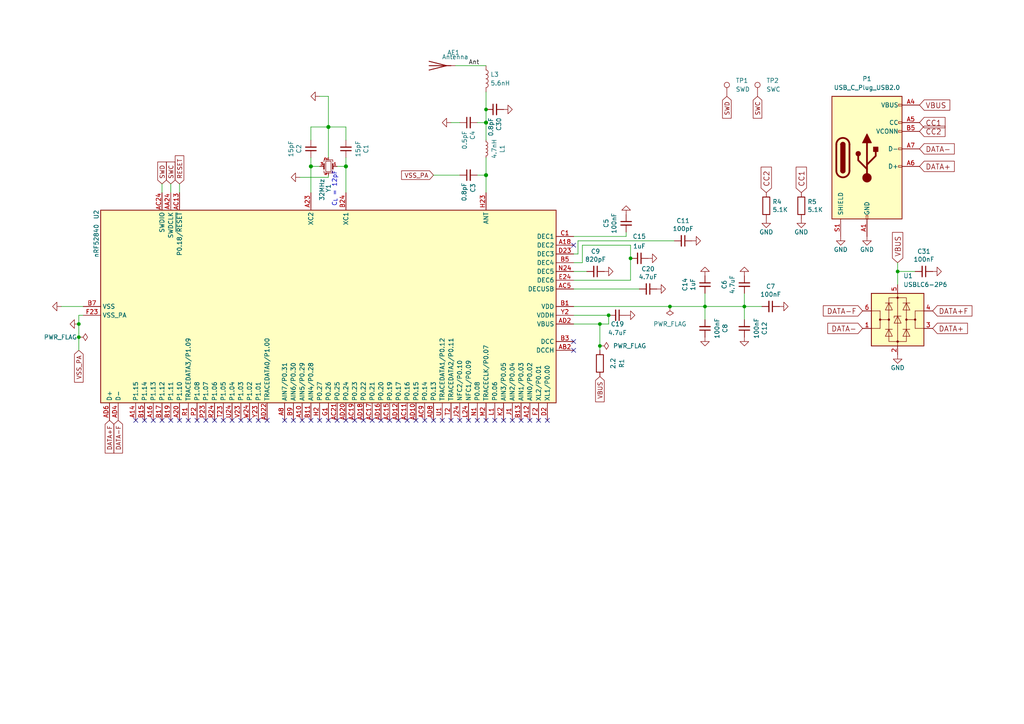
<source format=kicad_sch>
(kicad_sch (version 20230121) (generator eeschema)
  (paper "A4")
  (lib_symbols
    (symbol "Connector:TestPoint" (pin_numbers hide) (pin_names (offset 0.762) hide)
      (property "Reference" "TP" (at 0 6.858 0))
      (property "Value" "TestPoint" (at 0 5.08 0))
      (symbol "TestPoint_0_1"
        (circle (center 0 3.302) (radius 0.762))
      )
      (symbol "TestPoint_1_1"
        (pin passive line (at 0 0 90) (length 2.54) (name "1") (number "1"))
      )
    )
    (symbol "Connector:USB_C_Plug_USB2.0" (pin_names (offset 1.016))
      (property "Reference" "P" (at -10.16 19.05 0))
      (property "Value" "USB_C_Plug_USB2.0" (at 12.7 19.05 0))
      (symbol "USB_C_Plug_USB2.0_0_0"
        (rectangle (start -0.254 -17.78) (end 0.254 -16.764))
        (rectangle (start 10.16 -2.286) (end 9.144 -2.794))
        (rectangle (start 10.16 2.794) (end 9.144 2.286))
        (rectangle (start 10.16 7.874) (end 9.144 7.366))
        (rectangle (start 10.16 10.414) (end 9.144 9.906))
        (rectangle (start 10.16 15.494) (end 9.144 14.986))
      )
      (symbol "USB_C_Plug_USB2.0_0_1"
        (rectangle (start -10.16 17.78) (end 10.16 -17.78) (stroke (width 0.254)) (fill (type background)))
        (arc (start -8.89 -3.81) (mid -6.985 -5.7067) (end -5.08 -3.81) (stroke (width 0.508)))
        (arc (start -7.62 -3.81) (mid -6.985 -4.4423) (end -6.35 -3.81) (stroke (width 0.254)))
        (arc (start -7.62 -3.81) (mid -6.985 -4.4423) (end -6.35 -3.81) (stroke (width 0.254)) (fill (type outline)))
        (rectangle (start -7.62 -3.81) (end -6.35 3.81) (stroke (width 0.254)) (fill (type outline)))
        (arc (start -6.35 3.81) (mid -6.985 4.4423) (end -7.62 3.81) (stroke (width 0.254)))
        (arc (start -6.35 3.81) (mid -6.985 4.4423) (end -7.62 3.81) (stroke (width 0.254)) (fill (type outline)))
        (arc (start -5.08 3.81) (mid -6.985 5.7067) (end -8.89 3.81) (stroke (width 0.508)))
        (circle (center -2.54 1.143) (radius 0.635) (stroke (width 0.254)) (fill (type outline)))
        (circle (center 0 -5.842) (radius 1.27) (fill (type outline)))
        (polyline (pts (xy -8.89 -3.81) (xy -8.89 3.81)) (stroke (width 0.508)))
        (polyline (pts (xy -5.08 3.81) (xy -5.08 -3.81)) (stroke (width 0.508)))
        (polyline (pts (xy 0 -5.842) (xy 0 4.318)) (stroke (width 0.508)))
        (polyline (pts (xy 0 -3.302) (xy -2.54 -0.762) (xy -2.54 0.508)) (stroke (width 0.508)))
        (polyline (pts (xy 0 -2.032) (xy 2.54 0.508) (xy 2.54 1.778)) (stroke (width 0.508)))
        (polyline (pts (xy -1.27 4.318) (xy 0 6.858) (xy 1.27 4.318) (xy -1.27 4.318)) (stroke (width 0.254)) (fill (type outline)))
        (rectangle (start 1.905 1.778) (end 3.175 3.048) (stroke (width 0.254)) (fill (type outline)))
      )
      (symbol "USB_C_Plug_USB2.0_1_1"
        (pin passive line (at 0 -22.86 90) (length 5.08) (name "GND") (number "A1"))
        (pin passive line (at 0 -22.86 90) (length 5.08) hide (name "GND") (number "A12"))
        (pin passive line (at 15.24 15.24 180) (length 5.08) (name "VBUS") (number "A4"))
        (pin bidirectional line (at 15.24 10.16 180) (length 5.08) (name "CC") (number "A5"))
        (pin bidirectional line (at 15.24 -2.54 180) (length 5.08) (name "D+") (number "A6"))
        (pin bidirectional line (at 15.24 2.54 180) (length 5.08) (name "D-") (number "A7"))
        (pin passive line (at 15.24 15.24 180) (length 5.08) hide (name "VBUS") (number "A9"))
        (pin passive line (at 0 -22.86 90) (length 5.08) hide (name "GND") (number "B1"))
        (pin passive line (at 0 -22.86 90) (length 5.08) hide (name "GND") (number "B12"))
        (pin passive line (at 15.24 15.24 180) (length 5.08) hide (name "VBUS") (number "B4"))
        (pin bidirectional line (at 15.24 7.62 180) (length 5.08) (name "VCONN") (number "B5"))
        (pin passive line (at 15.24 15.24 180) (length 5.08) hide (name "VBUS") (number "B9"))
        (pin passive line (at -7.62 -22.86 90) (length 5.08) (name "SHIELD") (number "S1"))
      )
    )
    (symbol "Device:Antenna" (pin_numbers hide) (pin_names (offset 1.016) hide)
      (property "Reference" "AE" (at -1.905 1.905 0))
      (property "Value" "Antenna" (at -1.905 0 0))
      (symbol "Antenna_0_1"
        (polyline (pts (xy 0 2.54) (xy 0 -3.81)) (stroke (width 0.254)))
        (polyline (pts (xy 1.27 2.54) (xy 0 -2.54) (xy -1.27 2.54)) (stroke (width 0.254)))
      )
      (symbol "Antenna_1_1"
        (pin input line (at 0 -5.08 90) (length 2.54) (name "A") (number "1"))
      )
    )
    (symbol "Device:C_Small" (pin_numbers hide) (pin_names (offset 0.254) hide)
      (property "Reference" "C" (at 0.254 1.778 0))
      (property "Value" "C_Small" (at 0.254 -2.032 0))
      (symbol "C_Small_0_1"
        (polyline (pts (xy -1.524 -0.508) (xy 1.524 -0.508)) (stroke (width 0.3302)))
        (polyline (pts (xy -1.524 0.508) (xy 1.524 0.508)) (stroke (width 0.3048)))
      )
      (symbol "C_Small_1_1"
        (pin passive line (at 0 2.54 270) (length 2.032) (name "~") (number "1"))
        (pin passive line (at 0 -2.54 90) (length 2.032) (name "~") (number "2"))
      )
    )
    (symbol "Device:Crystal_GND24_Small" (pin_names (offset 1.016) hide)
      (property "Reference" "Y" (at 1.27 4.445 0))
      (property "Value" "Crystal_GND24_Small" (at 1.27 2.54 0))
      (symbol "Crystal_GND24_Small_0_1"
        (rectangle (start -0.762 -1.524) (end 0.762 1.524))
        (polyline (pts (xy -1.27 -0.762) (xy -1.27 0.762)) (stroke (width 0.381)))
        (polyline (pts (xy 1.27 -0.762) (xy 1.27 0.762)) (stroke (width 0.381)))
        (polyline (pts (xy -1.27 -1.27) (xy -1.27 -1.905) (xy 1.27 -1.905) (xy 1.27 -1.27)))
        (polyline (pts (xy -1.27 1.27) (xy -1.27 1.905) (xy 1.27 1.905) (xy 1.27 1.27)))
      )
      (symbol "Crystal_GND24_Small_1_1"
        (pin passive line (at -2.54 0 0) (length 1.27) (name "1") (number "1"))
        (pin passive line (at 0 -2.54 90) (length 0.635) (name "2") (number "2"))
        (pin passive line (at 2.54 0 180) (length 1.27) (name "3") (number "3"))
        (pin passive line (at 0 2.54 270) (length 0.635) (name "4") (number "4"))
      )
    )
    (symbol "Device:L" (pin_numbers hide) (pin_names (offset 1.016) hide)
      (property "Reference" "L" (at -1.27 0 90))
      (property "Value" "L" (at 1.905 0 90))
      (symbol "L_0_1"
        (arc (start 0 -2.54) (mid 0.6323 -1.905) (end 0 -1.27))
        (arc (start 0 -1.27) (mid 0.6323 -0.635) (end 0 0))
        (arc (start 0 0) (mid 0.6323 0.635) (end 0 1.27))
        (arc (start 0 1.27) (mid 0.6323 1.905) (end 0 2.54))
      )
      (symbol "L_1_1"
        (pin passive line (at 0 3.81 270) (length 1.27) (name "1") (number "1"))
        (pin passive line (at 0 -3.81 90) (length 1.27) (name "2") (number "2"))
      )
    )
    (symbol "Device:L_Small" (pin_numbers hide) (pin_names (offset 0.254) hide)
      (property "Reference" "L" (at 0.762 1.016 0))
      (property "Value" "L_Small" (at 0.762 -1.016 0))
      (symbol "L_Small_0_1"
        (arc (start 0 -2.032) (mid 0.5058 -1.524) (end 0 -1.016))
        (arc (start 0 -1.016) (mid 0.5058 -0.508) (end 0 0))
        (arc (start 0 0) (mid 0.5058 0.508) (end 0 1.016))
        (arc (start 0 1.016) (mid 0.5058 1.524) (end 0 2.032))
      )
      (symbol "L_Small_1_1"
        (pin passive line (at 0 2.54 270) (length 0.508) (name "~") (number "1"))
        (pin passive line (at 0 -2.54 90) (length 0.508) (name "~") (number "2"))
      )
    )
    (symbol "Device:R" (pin_numbers hide) (pin_names (offset 0))
      (property "Reference" "R" (at 2.032 0 90))
      (property "Value" "R" (at 0 0 90))
      (symbol "R_0_1"
        (rectangle (start -1.016 -2.54) (end 1.016 2.54) (stroke (width 0.254)))
      )
      (symbol "R_1_1"
        (pin passive line (at 0 3.81 270) (length 1.27) (name "~") (number "1"))
        (pin passive line (at 0 -3.81 90) (length 1.27) (name "~") (number "2"))
      )
    )
    (symbol "MCU_Nordic:nRF52840"
      (property "Reference" "U" (at 0 5.08 0))
      (property "Value" "nRF52840" (at 0 2.54 0))
      (symbol "nRF52840_0_1"
        (rectangle (start -27.94 66.04) (end 27.94 -66.04) (stroke (width 0.254)) (fill (type background)))
      )
      (symbol "nRF52840_1_1"
        (pin bidirectional line (at 33.02 -7.62 180) (length 5.08) (name "AIN5/P0.29") (number "A10"))
        (pin bidirectional line (at 33.02 58.42 180) (length 5.08) (name "AIN0/P0.02") (number "A12"))
        (pin bidirectional line (at 33.02 -55.88 180) (length 5.08) (name "P1.15") (number "A14"))
        (pin bidirectional line (at 33.02 -50.8 180) (length 5.08) (name "P1.13") (number "A16"))
        (pin passive line (at -17.78 71.12 270) (length 5.08) (name "DEC2") (number "A18"))
        (pin bidirectional line (at 33.02 -43.18 180) (length 5.08) (name "P1.10") (number "A20"))
        (pin passive line (at 0 71.12 270) (length 5.08) hide (name "VDD") (number "A22"))
        (pin input line (at -33.02 -5.08 0) (length 5.08) (name "XC2") (number "A23"))
        (pin bidirectional line (at 33.02 -12.7 180) (length 5.08) (name "AIN7/P0.31") (number "A8"))
        (pin input line (at -33.02 -45.72 0) (length 5.08) (name "SWDCLK") (number "AA24"))
        (pin power_out line (at 12.7 71.12 270) (length 5.08) (name "DCCH") (number "AB2"))
        (pin bidirectional line (at 33.02 22.86 180) (length 5.08) (name "P0.16") (number "AC11"))
        (pin bidirectional line (at -33.02 -43.18 0) (length 5.08) (name "P0.18/~{RESET}") (number "AC13"))
        (pin bidirectional line (at 33.02 17.78 180) (length 5.08) (name "P0.19") (number "AC15"))
        (pin bidirectional line (at 33.02 12.7 180) (length 5.08) (name "P0.21") (number "AC17"))
        (pin bidirectional line (at 33.02 7.62 180) (length 5.08) (name "P0.23") (number "AC19"))
        (pin bidirectional line (at 33.02 2.54 180) (length 5.08) (name "P0.25") (number "AC21"))
        (pin bidirectional line (at -33.02 -48.26 0) (length 5.08) (name "SWDIO") (number "AC24"))
        (pin passive line (at -5.08 71.12 270) (length 5.08) (name "DECUSB") (number "AC5"))
        (pin bidirectional line (at 33.02 27.94 180) (length 5.08) (name "P0.14") (number "AC9"))
        (pin bidirectional line (at 33.02 25.4 180) (length 5.08) (name "P0.15") (number "AD10"))
        (pin bidirectional line (at 33.02 20.32 180) (length 5.08) (name "P0.17") (number "AD12"))
        (pin passive line (at 0 71.12 270) (length 5.08) hide (name "VDD") (number "AD14"))
        (pin bidirectional line (at 33.02 15.24 180) (length 5.08) (name "P0.20") (number "AD16"))
        (pin bidirectional line (at 33.02 10.16 180) (length 5.08) (name "P0.22") (number "AD18"))
        (pin power_in line (at 5.08 71.12 270) (length 5.08) (name "VBUS") (number "AD2"))
        (pin bidirectional line (at 33.02 5.08 180) (length 5.08) (name "P0.24") (number "AD20"))
        (pin bidirectional line (at 33.02 -17.78 180) (length 5.08) (name "TRACEDATA0/P1.00") (number "AD22"))
        (pin passive line (at 0 71.12 270) (length 5.08) hide (name "VDD") (number "AD23"))
        (pin bidirectional line (at 33.02 -60.96 180) (length 5.08) (name "D-") (number "AD4"))
        (pin bidirectional line (at 33.02 -63.5 180) (length 5.08) (name "D+") (number "AD6"))
        (pin bidirectional line (at 33.02 30.48 180) (length 5.08) (name "P0.13") (number "AD8"))
        (pin power_in line (at 0 71.12 270) (length 5.08) (name "VDD") (number "B1"))
        (pin bidirectional line (at 33.02 -5.08 180) (length 5.08) (name "AIN4/P0.28") (number "B11"))
        (pin bidirectional line (at 33.02 55.88 180) (length 5.08) (name "AIN1/P0.03") (number "B13"))
        (pin bidirectional line (at 33.02 -53.34 180) (length 5.08) (name "P1.14") (number "B15"))
        (pin bidirectional line (at 33.02 -48.26 180) (length 5.08) (name "P1.12") (number "B17"))
        (pin bidirectional line (at 33.02 -45.72 180) (length 5.08) (name "P1.11") (number "B19"))
        (pin input line (at -33.02 5.08 0) (length 5.08) (name "XC1") (number "B24"))
        (pin power_out line (at 10.16 71.12 270) (length 5.08) (name "DCC") (number "B3"))
        (pin passive line (at -12.7 71.12 270) (length 5.08) (name "DEC4") (number "B5"))
        (pin power_in line (at 0 -71.12 90) (length 5.08) (name "VSS") (number "B7"))
        (pin bidirectional line (at 33.02 -10.16 180) (length 5.08) (name "AIN6/P0.30") (number "B9"))
        (pin passive line (at -20.32 71.12 270) (length 5.08) (name "DEC1") (number "C1"))
        (pin bidirectional line (at 33.02 63.5 180) (length 5.08) (name "XL1/P0.00") (number "D2"))
        (pin passive line (at -15.24 71.12 270) (length 5.08) (name "DEC3") (number "D23"))
        (pin passive line (at -7.62 71.12 270) (length 5.08) (name "DEC6") (number "E24"))
        (pin passive line (at 0 -71.12 90) (length 5.08) hide (name "VSS") (number "EP"))
        (pin bidirectional line (at 33.02 60.96 180) (length 5.08) (name "XL2/P0.01") (number "F2"))
        (pin power_in line (at 2.54 -71.12 90) (length 5.08) (name "VSS_PA") (number "F23"))
        (pin bidirectional line (at 33.02 0 180) (length 5.08) (name "P0.26") (number "G1"))
        (pin bidirectional line (at 33.02 -2.54 180) (length 5.08) (name "P0.27") (number "H2"))
        (pin passive line (at -33.02 45.72 0) (length 5.08) (name "ANT") (number "H23"))
        (pin bidirectional line (at 33.02 53.34 180) (length 5.08) (name "AIN2/P0.04") (number "J1"))
        (pin bidirectional line (at 33.02 38.1 180) (length 5.08) (name "NFC2/P0.10") (number "J24"))
        (pin bidirectional line (at 33.02 50.8 180) (length 5.08) (name "AIN3/P0.05") (number "K2"))
        (pin bidirectional line (at 33.02 48.26 180) (length 5.08) (name "P0.06") (number "L1"))
        (pin bidirectional line (at 33.02 40.64 180) (length 5.08) (name "NFC1/P0.09") (number "L24"))
        (pin bidirectional line (at 33.02 45.72 180) (length 5.08) (name "TRACECLK/P0.07") (number "M2"))
        (pin bidirectional line (at 33.02 43.18 180) (length 5.08) (name "P0.08") (number "N1"))
        (pin passive line (at -10.16 71.12 270) (length 5.08) (name "DEC5") (number "N24"))
        (pin bidirectional line (at 33.02 -38.1 180) (length 5.08) (name "P1.08") (number "P2"))
        (pin bidirectional line (at 33.02 -35.56 180) (length 5.08) (name "P1.07") (number "P23"))
        (pin bidirectional line (at 33.02 -40.64 180) (length 5.08) (name "TRACEDATA3/P1.09") (number "R1"))
        (pin bidirectional line (at 33.02 -33.02 180) (length 5.08) (name "P1.06") (number "R24"))
        (pin bidirectional line (at 33.02 35.56 180) (length 5.08) (name "TRACEDATA2/P0.11") (number "T2"))
        (pin bidirectional line (at 33.02 -30.48 180) (length 5.08) (name "P1.05") (number "T23"))
        (pin bidirectional line (at 33.02 33.02 180) (length 5.08) (name "TRACEDATA1/P0.12") (number "U1"))
        (pin bidirectional line (at 33.02 -27.94 180) (length 5.08) (name "P1.04") (number "U24"))
        (pin bidirectional line (at 33.02 -25.4 180) (length 5.08) (name "P1.03") (number "V23"))
        (pin passive line (at 0 71.12 270) (length 5.08) hide (name "VDD") (number "W1"))
        (pin bidirectional line (at 33.02 -22.86 180) (length 5.08) (name "P1.02") (number "W24"))
        (pin power_in line (at 2.54 71.12 270) (length 5.08) (name "VDDH") (number "Y2"))
        (pin bidirectional line (at 33.02 -20.32 180) (length 5.08) (name "P1.01") (number "Y23"))
      )
    )
    (symbol "Power_Protection:USBLC6-2P6" (pin_names hide)
      (property "Reference" "U" (at 2.54 8.89 0))
      (property "Value" "USBLC6-2P6" (at 2.54 -8.89 0))
      (symbol "USBLC6-2P6_0_1"
        (rectangle (start -7.62 -7.62) (end 7.62 7.62) (stroke (width 0.254)) (fill (type background)))
        (circle (center -5.08 0) (radius 0.254) (fill (type outline)))
        (circle (center -2.54 0) (radius 0.254) (fill (type outline)))
        (rectangle (start -2.54 6.35) (end 2.54 -6.35))
        (circle (center 0 -6.35) (radius 0.254) (fill (type outline)))
        (polyline (pts (xy -5.08 -2.54) (xy -7.62 -2.54)))
        (polyline (pts (xy -5.08 0) (xy -5.08 -2.54)))
        (polyline (pts (xy -5.08 2.54) (xy -7.62 2.54)))
        (polyline (pts (xy -1.524 -2.794) (xy -3.556 -2.794)))
        (polyline (pts (xy -1.524 4.826) (xy -3.556 4.826)))
        (polyline (pts (xy 0 -7.62) (xy 0 -6.35)))
        (polyline (pts (xy 0 -6.35) (xy 0 1.27)))
        (polyline (pts (xy 0 1.27) (xy 0 6.35)))
        (polyline (pts (xy 0 6.35) (xy 0 7.62)))
        (polyline (pts (xy 1.524 -2.794) (xy 3.556 -2.794)))
        (polyline (pts (xy 1.524 4.826) (xy 3.556 4.826)))
        (polyline (pts (xy 5.08 -2.54) (xy 7.62 -2.54)))
        (polyline (pts (xy 5.08 0) (xy 5.08 -2.54)))
        (polyline (pts (xy 5.08 2.54) (xy 7.62 2.54)))
        (polyline (pts (xy -2.54 0) (xy -5.08 0) (xy -5.08 2.54)))
        (polyline (pts (xy 2.54 0) (xy 5.08 0) (xy 5.08 2.54)))
        (polyline (pts (xy -3.556 -4.826) (xy -1.524 -4.826) (xy -2.54 -2.794) (xy -3.556 -4.826)))
        (polyline (pts (xy -3.556 2.794) (xy -1.524 2.794) (xy -2.54 4.826) (xy -3.556 2.794)))
        (polyline (pts (xy -1.016 -1.016) (xy 1.016 -1.016) (xy 0 1.016) (xy -1.016 -1.016)))
        (polyline (pts (xy 1.016 1.016) (xy 0.762 1.016) (xy -1.016 1.016) (xy -1.016 0.508)))
        (polyline (pts (xy 3.556 -4.826) (xy 1.524 -4.826) (xy 2.54 -2.794) (xy 3.556 -4.826)))
        (polyline (pts (xy 3.556 2.794) (xy 1.524 2.794) (xy 2.54 4.826) (xy 3.556 2.794)))
        (circle (center 0 6.35) (radius 0.254) (fill (type outline)))
        (circle (center 2.54 0) (radius 0.254) (fill (type outline)))
        (circle (center 5.08 0) (radius 0.254) (fill (type outline)))
      )
      (symbol "USBLC6-2P6_1_1"
        (pin passive line (at -10.16 -2.54 0) (length 2.54) (name "I/O1") (number "1"))
        (pin passive line (at 0 -10.16 90) (length 2.54) (name "GND") (number "2"))
        (pin passive line (at 10.16 -2.54 180) (length 2.54) (name "I/O2") (number "3"))
        (pin passive line (at 10.16 2.54 180) (length 2.54) (name "I/O2") (number "4"))
        (pin passive line (at 0 10.16 270) (length 2.54) (name "VBUS") (number "5"))
        (pin passive line (at -10.16 2.54 0) (length 2.54) (name "I/O1") (number "6"))
      )
    )
    (symbol "ScottoKeebs:Placeholder_Resistor" (pin_numbers hide) (pin_names (offset 0))
      (property "Reference" "R" (at 0 2.032 0))
      (property "Value" "Resistor" (at 0 -2.54 0))
      (symbol "Placeholder_Resistor_0_1"
        (rectangle (start 2.54 -1.016) (end -2.54 1.016) (stroke (width 0.254)))
      )
      (symbol "Placeholder_Resistor_1_1"
        (pin passive line (at -3.81 0 0) (length 1.27) (name "~") (number "1"))
        (pin passive line (at 3.81 0 180) (length 1.27) (name "~") (number "2"))
      )
    )
    (symbol "nrfmicro-rescue:GND" (power) (pin_names (offset 0))
      (property "Value" "GND" (at 0 -3.81 0))
      (symbol "GND_0_1"
        (polyline (pts (xy 0 0) (xy 0 -1.27) (xy 1.27 -1.27) (xy 0 -2.54) (xy -1.27 -1.27) (xy 0 -1.27)))
      )
      (symbol "GND_1_1"
        (pin power_in line (at 0 0 270) (length 0) hide (name "GND") (number "1"))
      )
    )
    (symbol "power:GND" (power) (pin_names (offset 0))
      (property "Value" "GND" (at 0 -3.81 0))
      (symbol "GND_0_1"
        (polyline (pts (xy 0 0) (xy 0 -1.27) (xy 1.27 -1.27) (xy 0 -2.54) (xy -1.27 -1.27) (xy 0 -1.27)))
      )
      (symbol "GND_1_1"
        (pin power_in line (at 0 0 270) (length 0) hide (name "GND") (number "1"))
      )
    )
    (symbol "power:PWR_FLAG" (power) (pin_numbers hide) (pin_names (offset 0) hide)
      (property "Value" "PWR_FLAG" (at 0 3.81 0))
      (symbol "PWR_FLAG_0_0"
        (pin power_out line (at 0 0 90) (length 0) (name "pwr") (number "1"))
      )
      (symbol "PWR_FLAG_0_1"
        (polyline (pts (xy 0 0) (xy 0 1.27) (xy -1.016 1.905) (xy 0 2.54) (xy 1.016 1.905) (xy 0 1.27)))
      )
    )
  )
  (junction (at 173.99 93.98))
  (junction (at 204.47 88.9))
  (junction (at 95.25 36.83) (diameter 1.016))
  (junction (at 140.97 50.8) (diameter 1.016))
  (junction (at 140.97 31.75))
  (junction (at 194.31 88.9))
  (junction (at 260.35 78.74))
  (junction (at 173.99 100.33))
  (junction (at 215.9 88.9))
  (junction (at 22.86 97.79))
  (junction (at 22.86 93.98))
  (junction (at 90.17 48.26) (diameter 1.016))
  (junction (at 176.53 91.44))
  (junction (at 100.33 48.26) (diameter 1.016))
  (junction (at 140.97 35.56) (diameter 1.016))
  (junction (at 182.88 74.93))
  (no_connect (at 143.51 121.92))
  (no_connect (at 69.85 121.92))
  (no_connect (at 153.67 121.92))
  (no_connect (at 59.69 121.92))
  (no_connect (at 49.53 121.92))
  (no_connect (at 156.21 121.92))
  (no_connect (at 52.07 121.92))
  (no_connect (at 72.39 121.92))
  (no_connect (at 67.31 121.92))
  (no_connect (at 97.79 121.92))
  (no_connect (at 110.49 121.92))
  (no_connect (at 135.89 121.92))
  (no_connect (at 95.25 121.92))
  (no_connect (at 90.17 121.92))
  (no_connect (at 115.57 121.92))
  (no_connect (at 128.27 121.92))
  (no_connect (at 146.05 121.92))
  (no_connect (at 123.19 121.92))
  (no_connect (at 74.93 121.92))
  (no_connect (at 82.55 121.92))
  (no_connect (at 92.71 121.92))
  (no_connect (at 85.09 121.92))
  (no_connect (at 120.65 121.92))
  (no_connect (at 39.37 121.92))
  (no_connect (at 140.97 121.92))
  (no_connect (at 105.41 121.92))
  (no_connect (at 166.37 99.06))
  (no_connect (at 125.73 121.92))
  (no_connect (at 133.35 121.92))
  (no_connect (at 118.11 121.92))
  (no_connect (at 138.43 121.92))
  (no_connect (at 62.23 121.92))
  (no_connect (at 151.13 121.92))
  (no_connect (at 64.77 121.92))
  (no_connect (at 158.75 121.92))
  (no_connect (at 44.45 121.92))
  (no_connect (at 46.99 121.92))
  (no_connect (at 113.03 121.92))
  (no_connect (at 57.15 121.92))
  (no_connect (at 107.95 121.92))
  (no_connect (at 166.37 71.12))
  (no_connect (at 77.47 121.92))
  (no_connect (at 54.61 121.92))
  (no_connect (at 102.87 121.92))
  (no_connect (at 41.91 121.92))
  (no_connect (at 148.59 121.92))
  (no_connect (at 100.33 121.92))
  (no_connect (at 166.37 101.6))
  (no_connect (at 130.81 121.92))
  (no_connect (at 87.63 121.92))
  (wire (pts (xy 215.9 88.9) (xy 204.47 88.9)))
  (wire (pts (xy 173.99 100.33) (xy 173.99 93.98)))
  (wire (pts (xy 140.97 40.64) (xy 140.97 35.56)))
  (wire (pts (xy 46.99 53.34) (xy 46.99 55.88)))
  (wire (pts (xy 220.98 88.9) (xy 215.9 88.9)))
  (wire (pts (xy 22.86 97.79) (xy 22.86 101.6)))
  (wire (pts (xy 185.42 83.82) (xy 166.37 83.82)))
  (wire (pts (xy 204.47 88.9) (xy 194.31 88.9)))
  (wire (pts (xy 168.91 76.2) (xy 166.37 76.2)))
  (wire (pts (xy 176.53 91.44) (xy 176.53 93.98)))
  (wire (pts (xy 22.86 93.98) (xy 22.86 97.79)))
  (wire (pts (xy 140.97 55.88) (xy 140.97 50.8)))
  (wire (pts (xy 22.86 91.44) (xy 24.13 91.44)))
  (wire (pts (xy 140.97 26.67) (xy 140.97 31.75)))
  (wire (pts (xy 168.91 71.12) (xy 168.91 76.2)))
  (wire (pts (xy 265.43 78.74) (xy 260.35 78.74)))
  (wire (pts (xy 140.97 45.72) (xy 140.97 50.8)))
  (wire (pts (xy 49.53 55.88) (xy 49.53 53.34)))
  (wire (pts (xy 132.08 19.05) (xy 140.97 19.05)))
  (wire (pts (xy 182.88 74.93) (xy 182.88 71.12)))
  (wire (pts (xy 95.25 27.94) (xy 92.71 27.94)))
  (wire (pts (xy 166.37 81.28) (xy 182.88 81.28)))
  (wire (pts (xy 204.47 85.09) (xy 204.47 88.9)))
  (wire (pts (xy 90.17 36.83) (xy 95.25 36.83)))
  (wire (pts (xy 140.97 35.56) (xy 138.43 35.56)))
  (wire (pts (xy 95.25 36.83) (xy 95.25 27.94)))
  (wire (pts (xy 181.61 67.31) (xy 181.61 68.58)))
  (wire (pts (xy 22.86 91.44) (xy 22.86 93.98)))
  (wire (pts (xy 100.33 48.26) (xy 100.33 45.72)))
  (wire (pts (xy 95.25 51.435) (xy 86.995 51.435)))
  (wire (pts (xy 90.17 40.64) (xy 90.17 36.83)))
  (wire (pts (xy 176.53 93.98) (xy 173.99 93.98)))
  (wire (pts (xy 133.35 50.8) (xy 125.73 50.8)))
  (wire (pts (xy 215.9 92.71) (xy 215.9 88.9)))
  (wire (pts (xy 173.99 93.98) (xy 166.37 93.98)))
  (wire (pts (xy 195.58 69.85) (xy 167.64 69.85)))
  (wire (pts (xy 260.35 76.2) (xy 260.35 78.74)))
  (wire (pts (xy 140.97 50.8) (xy 138.43 50.8)))
  (wire (pts (xy 100.33 48.26) (xy 97.79 48.26)))
  (wire (pts (xy 95.25 45.72) (xy 95.25 36.83)))
  (wire (pts (xy 52.07 53.34) (xy 52.07 55.88)))
  (wire (pts (xy 215.9 85.09) (xy 215.9 88.9)))
  (wire (pts (xy 204.47 88.9) (xy 204.47 92.71)))
  (wire (pts (xy 260.35 78.74) (xy 260.35 82.55)))
  (wire (pts (xy 182.88 81.28) (xy 182.88 74.93)))
  (wire (pts (xy 167.64 69.85) (xy 167.64 73.66)))
  (wire (pts (xy 90.17 48.26) (xy 90.17 55.88)))
  (wire (pts (xy 173.99 101.6) (xy 173.99 100.33)))
  (wire (pts (xy 170.18 78.74) (xy 166.37 78.74)))
  (wire (pts (xy 181.61 68.58) (xy 166.37 68.58)))
  (wire (pts (xy 100.33 55.88) (xy 100.33 48.26)))
  (wire (pts (xy 92.71 48.26) (xy 90.17 48.26)))
  (wire (pts (xy 133.35 35.56) (xy 130.81 35.56)))
  (wire (pts (xy 194.31 88.9) (xy 166.37 88.9)))
  (wire (pts (xy 90.17 48.26) (xy 90.17 45.72)))
  (wire (pts (xy 140.97 31.75) (xy 140.97 35.56)))
  (wire (pts (xy 95.25 36.83) (xy 100.33 36.83)))
  (wire (pts (xy 100.33 36.83) (xy 100.33 40.64)))
  (wire (pts (xy 95.25 50.8) (xy 95.25 51.435)))
  (wire (pts (xy 166.37 91.44) (xy 176.53 91.44)))
  (wire (pts (xy 182.88 71.12) (xy 168.91 71.12)))
  (wire (pts (xy 24.13 88.9) (xy 17.78 88.9)))
  (wire (pts (xy 167.64 73.66) (xy 166.37 73.66)))
  (text "C_{L} = 12pF" (at 97.79 49.53 90) (effects (font (size 1.27 1.27)) (justify right bottom)))
  (label "Ant" (at 135.89 19.05 0))
  (global_label "DATA+F" (shape input) (at 270.51 90.17 0) (effects (font (size 1.524 1.524))) (property "Intersheetrefs" "${INTERSHEET_REFS}" (effects hide)))
  (global_label "DATA+" (shape input) (at 270.51 95.25 0) (effects (font (size 1.524 1.524))) (property "Intersheetrefs" "${INTERSHEET_REFS}" (effects hide)))
  (global_label "SWC" (shape input) (at 49.53 53.34 90) (property "Intersheetrefs" "${INTERSHEET_REFS}" (effects hide)))
  (global_label "CC1" (shape input) (at 232.41 55.88 90) (effects (font (size 1.524 1.524))) (property "Intersheetrefs" "${INTERSHEET_REFS}" (effects hide)))
  (global_label "RESET" (shape input) (at 52.07 53.34 90) (property "Intersheetrefs" "${INTERSHEET_REFS}" (effects hide)))
  (global_label "CC2" (shape input) (at 222.25 55.88 90) (effects (font (size 1.524 1.524))) (property "Intersheetrefs" "${INTERSHEET_REFS}" (effects hide)))
  (global_label "VBUS" (shape input) (at 260.35 76.2 90) (effects (font (size 1.524 1.524))) (property "Intersheetrefs" "${INTERSHEET_REFS}" (effects hide)))
  (global_label "DATA+F" (shape input) (at 31.75 121.92 270) (property "Intersheetrefs" "${INTERSHEET_REFS}" (effects hide)))
  (global_label "CC2" (shape input) (at 266.7 38.1 0) (effects (font (size 1.524 1.524))) (property "Intersheetrefs" "${INTERSHEET_REFS}" (effects hide)))
  (global_label "DATA-F" (shape input) (at 250.19 90.17 180) (effects (font (size 1.524 1.524))) (property "Intersheetrefs" "${INTERSHEET_REFS}" (effects hide)))
  (global_label "SWD" (shape input) (at 210.82 27.94 270) (property "Intersheetrefs" "${INTERSHEET_REFS}" (effects hide)))
  (global_label "VBUS" (shape input) (at 266.7 30.48 0) (effects (font (size 1.524 1.524))) (property "Intersheetrefs" "${INTERSHEET_REFS}" (effects hide)))
  (global_label "DATA+" (shape input) (at 266.7 48.26 0) (effects (font (size 1.524 1.524))) (property "Intersheetrefs" "${INTERSHEET_REFS}" (effects hide)))
  (global_label "DATA-F" (shape input) (at 34.29 121.92 270) (property "Intersheetrefs" "${INTERSHEET_REFS}" (effects hide)))
  (global_label "VSS_PA" (shape input) (at 22.86 101.6 270) (property "Intersheetrefs" "${INTERSHEET_REFS}" (effects hide)))
  (global_label "VSS_PA" (shape input) (at 125.73 50.8 180) (property "Intersheetrefs" "${INTERSHEET_REFS}" (effects hide)))
  (global_label "SWD" (shape input) (at 46.99 53.34 90) (property "Intersheetrefs" "${INTERSHEET_REFS}" (effects hide)))
  (global_label "VBUS" (shape input) (at 173.99 109.22 270) (property "Intersheetrefs" "${INTERSHEET_REFS}" (effects hide)))
  (global_label "DATA-" (shape input) (at 250.19 95.25 180) (effects (font (size 1.524 1.524))) (property "Intersheetrefs" "${INTERSHEET_REFS}" (effects hide)))
  (global_label "CC1" (shape input) (at 266.7 35.56 0) (effects (font (size 1.524 1.524))) (property "Intersheetrefs" "${INTERSHEET_REFS}" (effects hide)))
  (global_label "SWC" (shape input) (at 219.71 27.94 270) (property "Intersheetrefs" "${INTERSHEET_REFS}" (effects hide)))
  (global_label "DATA-" (shape input) (at 266.7 43.18 0) (effects (font (size 1.524 1.524))) (property "Intersheetrefs" "${INTERSHEET_REFS}" (effects hide)))
  (symbol (lib_id "power:GND") (at 204.47 80.01 180) (unit 1)
    (property "Reference" "#PWR027" (effects hide))
    (property "Value" "GND" (effects hide))
  )
  (symbol (lib_id "nrfmicro-rescue:GND") (at 243.84 68.58 0) (unit 1)
    (property "Reference" "#PWR019" (effects hide))
    (property "Value" "GND" (at 243.84 72.39 0))
  )
  (symbol (lib_id "Power_Protection:USBLC6-2P6") (at 260.35 92.71 0) (unit 1)
    (property "Reference" "U1" (at 262.0011 80.01 0) (effects (justify left)))
    (property "Value" "USBLC6-2P6" (at 262.0011 82.55 0) (effects (justify left)))
    (property "Footprint" "Package_TO_SOT_SMD:SOT-666" (effects hide))
    (property "Datasheet" "https://www.st.com/resource/en/datasheet/usblc6-2.pdf" (effects hide))
  )
  (symbol (lib_id "power:GND") (at 215.9 97.79 0) (unit 1)
    (property "Reference" "#PWR017" (effects hide))
    (property "Value" "GND" (effects hide))
  )
  (symbol (lib_id "Device:C_Small") (at 223.52 88.9 270) (unit 1)
    (property "Reference" "C7" (at 223.52 83.0834 90))
    (property "Value" "100nF" (at 223.52 85.3948 90))
    (property "Footprint" "Capacitor_SMD:C_0402_1005Metric" (effects hide))
    (property "LCSC Part" "C23733" (effects hide))
    (property "Digikey" "1276-1784-1-ND" (effects hide))
    (property "Manufacturer Part" "CL05A475KP5NRNC" (effects hide))
    (property "JLC Part" "C23733" (effects hide))
  )
  (symbol (lib_id "power:GND") (at 146.05 31.75 90) (unit 1)
    (property "Reference" "#PWR013" (effects hide))
    (property "Value" "GND" (effects hide))
  )
  (symbol (lib_id "power:GND") (at 226.06 88.9 90) (unit 1)
    (property "Reference" "#PWR016" (effects hide))
    (property "Value" "GND" (effects hide))
  )
  (symbol (lib_id "power:GND") (at 200.66 69.85 90) (unit 1)
    (property "Reference" "#PWR026" (effects hide))
    (property "Value" "GND" (effects hide))
  )
  (symbol (lib_id "Device:C_Small") (at 215.9 82.55 0) (unit 1)
    (property "Reference" "C6" (at 210.0834 82.55 90))
    (property "Value" "4.7uF" (at 212.3948 82.55 90))
    (property "Footprint" "Capacitor_SMD:C_0402_1005Metric" (effects hide))
    (property "LCSC Part" "C23733" (effects hide))
    (property "Digikey" "1276-1784-1-ND" (effects hide))
    (property "Manufacturer Part" "CL05A475KP5NRNC" (effects hide))
    (property "JLC Part" "C23733" (effects hide))
  )
  (symbol (lib_id "Connector:TestPoint") (at 210.82 27.94 0) (unit 1)
    (property "Reference" "TP1" (at 213.36 23.368 0) (effects (justify left)))
    (property "Value" "SWD" (at 213.36 25.908 0) (effects (justify left)))
    (property "Footprint" "TestPoint:TestPoint_Pad_2.0x2.0mm" (effects hide))
  )
  (symbol (lib_id "Device:C_Small") (at 204.47 82.55 0) (unit 1)
    (property "Reference" "C14" (at 198.6534 82.55 90))
    (property "Value" "1uF" (at 200.9648 82.55 90))
    (property "Footprint" "Capacitor_SMD:C_0402_1005Metric" (effects hide))
    (property "LCSC Part" "C23733" (effects hide))
    (property "Digikey" "1276-1784-1-ND" (effects hide))
    (property "Manufacturer Part" "CL05A475KP5NRNC" (effects hide))
    (property "JLC Part" "C23733" (effects hide))
  )
  (symbol (lib_id "power:GND") (at 17.78 88.9 270) (unit 1)
    (property "Reference" "#PWR010" (effects hide))
    (property "Value" "GND" (effects hide))
  )
  (symbol (lib_id "Device:Antenna") (at 127 19.05 90) (unit 1)
    (property "Reference" "AE1" (at 133.35 15.24 90) (effects (justify left)))
    (property "Value" "Antenna" (at 135.89 16.51 90) (effects (justify left)))
    (property "Footprint" "RF_Antenna:Johanson_2450AT43F0100" (effects hide))
  )
  (symbol (lib_id "power:PWR_FLAG") (at 194.31 88.9 180) (unit 1)
    (property "Reference" "#FLG03" (effects hide))
    (property "Value" "PWR_FLAG" (at 194.31 93.98 0))
  )
  (symbol (lib_id "power:GND") (at 130.81 35.56 270) (unit 1)
    (property "Reference" "#PWR07" (effects hide))
    (property "Value" "GND" (effects hide))
  )
  (symbol (lib_id "Device:Crystal_GND24_Small") (at 95.25 48.26 180) (unit 1)
    (property "Reference" "Y1" (at 95.25 53.34 90) (effects (justify left)))
    (property "Value" "32MHz" (at 93.3834 51.8161 90) (effects (justify left)))
    (property "Footprint" "Crystal:Crystal_SMD_2016-4Pin_2.0x1.6mm" (effects hide))
    (property "LCSC Part" "C255896" (effects hide))
    (property "Digikey" "490-XRCGB32M000F1S1DR0CT-ND‎" (effects hide))
    (property "Manufacturer Part" "Q22FA1280001800" (effects hide))
    (property "JLC Part" "C255896" (effects hide))
  )
  (symbol (lib_id "power:PWR_FLAG") (at 22.86 97.79 270) (unit 1)
    (property "Reference" "#FLG05" (effects hide))
    (property "Value" "PWR_FLAG" (at 12.7 97.79 90) (effects (justify left)))
  )
  (symbol (lib_id "Device:L") (at 140.97 22.86 0) (unit 1)
    (property "Reference" "L3" (at 142.24 21.59 0) (effects (justify left)))
    (property "Value" "5.6nH" (at 142.24 24.13 0) (effects (justify left)))
    (property "Footprint" "Inductor_SMD:L_0402_1005Metric" (effects hide))
  )
  (symbol (lib_id "power:GND") (at 204.47 97.79 0) (unit 1)
    (property "Reference" "#PWR024" (effects hide))
    (property "Value" "GND" (effects hide))
  )
  (symbol (lib_id "Device:C_Small") (at 187.96 83.82 270) (unit 1)
    (property "Reference" "C20" (at 187.96 78.0034 90))
    (property "Value" "4.7uF" (at 187.96 80.3148 90))
    (property "Footprint" "Capacitor_SMD:C_0402_1005Metric" (effects hide))
    (property "LCSC Part" "C23733" (effects hide))
    (property "Digikey" "1276-1784-1-ND" (effects hide))
    (property "Manufacturer Part" "CL05A475KP5NRNC" (effects hide))
    (property "JLC Part" "C23733" (effects hide))
  )
  (symbol (lib_id "Device:C_Small") (at 135.89 50.8 90) (unit 1)
    (property "Reference" "C3" (at 137.16 55.88 0) (effects (justify left)))
    (property "Value" "0.8pF" (at 134.62 58.42 0) (effects (justify left)))
    (property "Footprint" "Capacitor_SMD:C_0402_1005Metric" (effects hide))
    (property "LCSC Part" "C1550" (effects hide))
    (property "Digikey" "1276-1595-1-ND" (effects hide))
    (property "Manufacturer Part" "CL05C010CB5NNNC" (effects hide))
    (property "JLC Part" "C1550" (effects hide))
  )
  (symbol (lib_id "nrfmicro-rescue:GND") (at 260.35 102.87 0) (unit 1)
    (property "Reference" "#PWR04" (effects hide))
    (property "Value" "GND" (at 260.35 106.68 0))
  )
  (symbol (lib_id "Device:C_Small") (at 267.97 78.74 270) (unit 1)
    (property "Reference" "C31" (at 267.97 72.9234 90))
    (property "Value" "100nF" (at 267.97 75.2348 90))
    (property "Footprint" "Capacitor_SMD:C_0402_1005Metric" (effects hide))
    (property "LCSC Part" "C23733" (effects hide))
    (property "Digikey" "1276-1784-1-ND" (effects hide))
    (property "Manufacturer Part" "CL05A475KP5NRNC" (effects hide))
    (property "JLC Part" "C23733" (effects hide))
  )
  (symbol (lib_id "MCU_Nordic:nRF52840") (at 95.25 88.9 270) (unit 1)
    (property "Reference" "U2" (at 27.94 62.23 0))
    (property "Value" "nRF52840" (at 27.94 69.85 0))
    (property "Footprint" "Package_DFN_QFN:Nordic_AQFN-73-1EP_7x7mm_P0.5mm" (effects hide))
    (property "Datasheet" "http://infocenter.nordicsemi.com/topic/com.nordic.infocenter.nrf52/dita/nrf52/chips/nrf52840.html" (effects hide))
    (property "LCSC Part" "C190794" (effects hide))
    (property "Digikey" "1490-1071-1-ND" (effects hide))
    (property "Manufacturer Part" "NRF52840-QIAA-R" (effects hide))
    (property "JLC Part" "C1851953" (effects hide))
  )
  (symbol (lib_id "Device:C_Small") (at 179.07 91.44 270) (unit 1)
    (property "Reference" "C19" (at 179.07 93.98 90))
    (property "Value" "4.7uF" (at 179.07 96.52 90))
    (property "Footprint" "Capacitor_SMD:C_0402_1005Metric" (effects hide))
    (property "LCSC Part" "C23733" (effects hide))
    (property "Digikey" "1276-1784-1-ND" (effects hide))
    (property "Manufacturer Part" "CL05A475KP5NRNC" (effects hide))
    (property "JLC Part" "C23733" (effects hide))
  )
  (symbol (lib_id "Device:L_Small") (at 140.97 43.18 0) (unit 1)
    (property "Reference" "L1" (at 145.669 43.18 90))
    (property "Value" "4.7nH" (at 143.3576 43.18 90))
    (property "Footprint" "Inductor_SMD:L_0402_1005Metric" (effects hide))
    (property "LCSC Part" "C14033" (effects hide))
    (property "Manufacturer Part" "MLG1005S3N9BT000" (effects hide))
    (property "JLC Part" "C14033" (effects hide))
  )
  (symbol (lib_id "power:GND") (at 181.61 62.23 180) (unit 1)
    (property "Reference" "#PWR02" (effects hide))
    (property "Value" "GND" (effects hide))
  )
  (symbol (lib_id "power:GND") (at 187.96 74.93 90) (unit 1)
    (property "Reference" "#PWR01" (effects hide))
    (property "Value" "GND" (effects hide))
  )
  (symbol (lib_id "Device:C_Small") (at 100.33 43.18 180) (unit 1)
    (property "Reference" "C1" (at 106.1466 43.18 90))
    (property "Value" "15pF" (at 103.8352 43.18 90))
    (property "Footprint" "Capacitor_SMD:C_0402_1005Metric" (effects hide))
    (property "LCSC Part" "C1548" (effects hide))
    (property "Manufacturer Part" "CL05C150JB51PNC" (effects hide))
    (property "JLC Part" "C1548" (effects hide))
  )
  (symbol (lib_id "nrfmicro-rescue:GND") (at 222.25 63.5 0) (unit 1)
    (property "Reference" "#PWR015" (effects hide))
    (property "Value" "GND" (at 222.25 67.31 0))
  )
  (symbol (lib_id "Device:C_Small") (at 185.42 74.93 270) (unit 1)
    (property "Reference" "C15" (at 185.42 68.58 90))
    (property "Value" "1uF" (at 185.42 71.4248 90))
    (property "Footprint" "Capacitor_SMD:C_0402_1005Metric" (effects hide))
    (property "LCSC Part" "C23733" (effects hide))
    (property "Digikey" "1276-1784-1-ND" (effects hide))
    (property "Manufacturer Part" "CL05A475KP5NRNC" (effects hide))
    (property "JLC Part" "C23733" (effects hide))
  )
  (symbol (lib_id "power:GND") (at 215.9 80.01 180) (unit 1)
    (property "Reference" "#PWR023" (effects hide))
    (property "Value" "GND" (effects hide))
  )
  (symbol (lib_id "power:GND") (at 190.5 83.82 90) (unit 1)
    (property "Reference" "#PWR012" (effects hide))
    (property "Value" "GND" (effects hide))
  )
  (symbol (lib_id "ScottoKeebs:Placeholder_Resistor") (at 173.99 105.41 270) (unit 1)
    (property "Reference" "R1" (at 180.34 105.41 0))
    (property "Value" "2.2" (at 177.8 105.41 0))
    (property "Footprint" "Resistor_SMD:R_0402_1005Metric" (effects hide))
  )
  (symbol (lib_id "Device:C_Small") (at 215.9 95.25 180) (unit 1)
    (property "Reference" "C12" (at 221.7166 95.25 90))
    (property "Value" "100nF" (at 219.4052 95.25 90))
    (property "Footprint" "Capacitor_SMD:C_0402_1005Metric" (effects hide))
    (property "LCSC Part" "C23733" (effects hide))
    (property "Digikey" "1276-1784-1-ND" (effects hide))
    (property "Manufacturer Part" "CL05A475KP5NRNC" (effects hide))
    (property "JLC Part" "C23733" (effects hide))
  )
  (symbol (lib_id "power:PWR_FLAG") (at 173.99 100.33 270) (unit 1)
    (property "Reference" "#FLG02" (effects hide))
    (property "Value" "PWR_FLAG" (at 177.8 100.33 90) (effects (justify left)))
  )
  (symbol (lib_id "Device:C_Small") (at 143.51 31.75 90) (unit 1)
    (property "Reference" "C30" (at 144.6784 34.0868 0) (effects (justify right)))
    (property "Value" "0.8pF" (at 142.367 34.0868 0) (effects (justify right)))
    (property "Footprint" "Capacitor_SMD:C_0402_1005Metric" (effects hide))
    (property "LCSC Part" "C1550" (effects hide))
    (property "Digikey" "1276-1595-1-ND" (effects hide))
    (property "Manufacturer Part" "CL05C010CB5NNNC" (effects hide))
    (property "JLC Part" "C1550" (effects hide))
  )
  (symbol (lib_id "Device:C_Small") (at 90.17 43.18 180) (unit 1)
    (property "Reference" "C2" (at 86.6902 43.18 90))
    (property "Value" "15pF" (at 84.3788 43.18 90))
    (property "Footprint" "Capacitor_SMD:C_0402_1005Metric" (effects hide))
    (property "LCSC Part" "C1548" (effects hide))
    (property "Manufacturer Part" "CL05C150JB51PNC" (effects hide))
    (property "JLC Part" "C1548" (effects hide))
  )
  (symbol (lib_id "Device:C_Small") (at 198.12 69.85 270) (unit 1)
    (property "Reference" "C11" (at 198.12 64.0334 90))
    (property "Value" "100pF" (at 198.12 66.3448 90))
    (property "Footprint" "Capacitor_SMD:C_0402_1005Metric" (effects hide))
    (property "LCSC Part" "C23733" (effects hide))
    (property "Digikey" "1276-1784-1-ND" (effects hide))
    (property "Manufacturer Part" "CL05A475KP5NRNC" (effects hide))
    (property "JLC Part" "C23733" (effects hide))
  )
  (symbol (lib_id "power:GND") (at 22.86 93.98 270) (unit 1)
    (property "Reference" "#PWR011" (effects hide))
    (property "Value" "GND" (effects hide))
  )
  (symbol (lib_id "Device:C_Small") (at 181.61 64.77 0) (unit 1)
    (property "Reference" "C5" (at 175.7934 64.77 90))
    (property "Value" "100nF" (at 178.1048 64.77 90))
    (property "Footprint" "Capacitor_SMD:C_0402_1005Metric" (effects hide))
    (property "LCSC Part" "C23733" (effects hide))
    (property "Digikey" "1276-1784-1-ND" (effects hide))
    (property "Manufacturer Part" "CL05A475KP5NRNC" (effects hide))
    (property "JLC Part" "C23733" (effects hide))
  )
  (symbol (lib_id "Device:R") (at 222.25 59.69 0) (unit 1)
    (property "Reference" "R4" (at 224.028 58.5216 0) (effects (justify left)))
    (property "Value" "5.1K" (at 224.028 60.833 0) (effects (justify left)))
    (property "Footprint" "Resistor_SMD:R_0402_1005Metric" (effects hide))
  )
  (symbol (lib_id "power:GND") (at 92.71 27.94 270) (unit 1)
    (property "Reference" "#PWR05" (effects hide))
    (property "Value" "GND" (effects hide))
  )
  (symbol (lib_id "power:GND") (at 181.61 91.44 90) (unit 1)
    (property "Reference" "#PWR09" (effects hide))
    (property "Value" "GND" (effects hide))
  )
  (symbol (lib_id "Device:R") (at 232.41 59.69 0) (unit 1)
    (property "Reference" "R5" (at 234.188 58.5216 0) (effects (justify left)))
    (property "Value" "5.1K" (at 234.188 60.833 0) (effects (justify left)))
    (property "Footprint" "Resistor_SMD:R_0402_1005Metric" (effects hide))
  )
  (symbol (lib_id "Device:C_Small") (at 172.72 78.74 270) (unit 1)
    (property "Reference" "C9" (at 172.72 72.9234 90))
    (property "Value" "820pF" (at 172.72 75.2348 90))
    (property "Footprint" "Capacitor_SMD:C_0402_1005Metric" (effects hide))
    (property "LCSC Part" "C23733" (effects hide))
    (property "Digikey" "1276-1784-1-ND" (effects hide))
    (property "Manufacturer Part" "CL05A475KP5NRNC" (effects hide))
    (property "JLC Part" "C23733" (effects hide))
  )
  (symbol (lib_id "Connector:TestPoint") (at 219.71 27.94 0) (unit 1)
    (property "Reference" "TP2" (at 222.25 23.368 0) (effects (justify left)))
    (property "Value" "SWC" (at 222.25 25.908 0) (effects (justify left)))
    (property "Footprint" "TestPoint:TestPoint_Pad_2.0x2.0mm" (effects hide))
  )
  (symbol (lib_id "power:GND") (at 86.995 51.435 270) (unit 1)
    (property "Reference" "#PWR08" (effects hide))
    (property "Value" "GND" (effects hide))
  )
  (symbol (lib_id "Device:C_Small") (at 135.89 35.56 90) (unit 1)
    (property "Reference" "C4" (at 137.0584 37.8968 0) (effects (justify right)))
    (property "Value" "0.5pF" (at 134.747 37.8968 0) (effects (justify right)))
    (property "Footprint" "Capacitor_SMD:C_0402_1005Metric" (effects hide))
    (property "LCSC Part" "C1550" (effects hide))
    (property "Digikey" "1276-1595-1-ND" (effects hide))
    (property "Manufacturer Part" "CL05C010CB5NNNC" (effects hide))
    (property "JLC Part" "C1550" (effects hide))
  )
  (symbol (lib_id "nrfmicro-rescue:GND") (at 251.46 68.58 0) (unit 1)
    (property "Reference" "#PWR020" (effects hide))
    (property "Value" "GND" (at 251.46 72.39 0))
  )
  (symbol (lib_id "Device:C_Small") (at 204.47 95.25 180) (unit 1)
    (property "Reference" "C8" (at 210.2866 95.25 90))
    (property "Value" "100nF" (at 207.9752 95.25 90))
    (property "Footprint" "Capacitor_SMD:C_0402_1005Metric" (effects hide))
    (property "LCSC Part" "C23733" (effects hide))
    (property "Digikey" "1276-1784-1-ND" (effects hide))
    (property "Manufacturer Part" "CL05A475KP5NRNC" (effects hide))
    (property "JLC Part" "C23733" (effects hide))
  )
  (symbol (lib_id "nrfmicro-rescue:GND") (at 232.41 63.5 0) (unit 1)
    (property "Reference" "#PWR018" (effects hide))
    (property "Value" "GND" (at 232.41 67.31 0))
  )
  (symbol (lib_id "power:GND") (at 270.51 78.74 90) (unit 1)
    (property "Reference" "#PWR06" (effects hide))
    (property "Value" "GND" (effects hide))
  )
  (symbol (lib_id "power:GND") (at 175.26 78.74 90) (unit 1)
    (property "Reference" "#PWR03" (effects hide))
    (property "Value" "GND" (effects hide))
  )
  (symbol (lib_id "Connector:USB_C_Plug_USB2.0") (at 251.46 45.72 0) (unit 1)
    (property "Reference" "P1" (at 251.46 22.86 0))
    (property "Value" "USB_C_Plug_USB2.0" (at 251.46 25.4 0))
    (property "Footprint" "Connector_USB:USB_C_Plug_Molex_105444" (effects hide))
    (property "Datasheet" "https://www.usb.org/sites/default/files/documents/usb_type-c.zip" (effects hide))
  )
)
</source>
